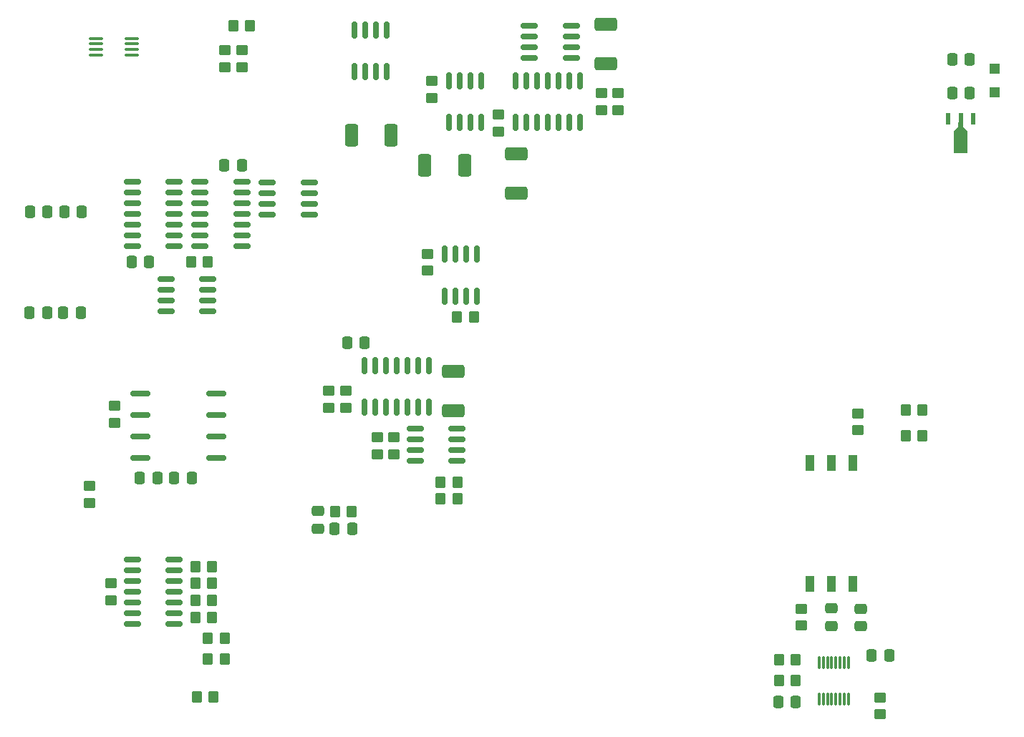
<source format=gbr>
%TF.GenerationSoftware,KiCad,Pcbnew,8.0.3*%
%TF.CreationDate,2025-04-13T18:48:38-07:00*%
%TF.ProjectId,Accumulator_Board,41636375-6d75-46c6-9174-6f725f426f61,4.2*%
%TF.SameCoordinates,Original*%
%TF.FileFunction,Paste,Top*%
%TF.FilePolarity,Positive*%
%FSLAX46Y46*%
G04 Gerber Fmt 4.6, Leading zero omitted, Abs format (unit mm)*
G04 Created by KiCad (PCBNEW 8.0.3) date 2025-04-13 18:48:38*
%MOMM*%
%LPD*%
G01*
G04 APERTURE LIST*
G04 Aperture macros list*
%AMRoundRect*
0 Rectangle with rounded corners*
0 $1 Rounding radius*
0 $2 $3 $4 $5 $6 $7 $8 $9 X,Y pos of 4 corners*
0 Add a 4 corners polygon primitive as box body*
4,1,4,$2,$3,$4,$5,$6,$7,$8,$9,$2,$3,0*
0 Add four circle primitives for the rounded corners*
1,1,$1+$1,$2,$3*
1,1,$1+$1,$4,$5*
1,1,$1+$1,$6,$7*
1,1,$1+$1,$8,$9*
0 Add four rect primitives between the rounded corners*
20,1,$1+$1,$2,$3,$4,$5,0*
20,1,$1+$1,$4,$5,$6,$7,0*
20,1,$1+$1,$6,$7,$8,$9,0*
20,1,$1+$1,$8,$9,$2,$3,0*%
G04 Aperture macros list end*
%ADD10C,0.000000*%
%ADD11RoundRect,0.250000X0.350000X0.450000X-0.350000X0.450000X-0.350000X-0.450000X0.350000X-0.450000X0*%
%ADD12RoundRect,0.250000X0.450000X-0.350000X0.450000X0.350000X-0.450000X0.350000X-0.450000X-0.350000X0*%
%ADD13RoundRect,0.250000X-0.350000X-0.450000X0.350000X-0.450000X0.350000X0.450000X-0.350000X0.450000X0*%
%ADD14RoundRect,0.250000X-0.337500X-0.475000X0.337500X-0.475000X0.337500X0.475000X-0.337500X0.475000X0*%
%ADD15RoundRect,0.150000X0.150000X-0.825000X0.150000X0.825000X-0.150000X0.825000X-0.150000X-0.825000X0*%
%ADD16RoundRect,0.249999X1.075001X-0.512501X1.075001X0.512501X-1.075001X0.512501X-1.075001X-0.512501X0*%
%ADD17RoundRect,0.162500X1.012500X0.162500X-1.012500X0.162500X-1.012500X-0.162500X1.012500X-0.162500X0*%
%ADD18RoundRect,0.250000X-0.475000X0.337500X-0.475000X-0.337500X0.475000X-0.337500X0.475000X0.337500X0*%
%ADD19RoundRect,0.150000X0.825000X0.150000X-0.825000X0.150000X-0.825000X-0.150000X0.825000X-0.150000X0*%
%ADD20RoundRect,0.100000X-0.712500X-0.100000X0.712500X-0.100000X0.712500X0.100000X-0.712500X0.100000X0*%
%ADD21RoundRect,0.150000X-0.825000X-0.150000X0.825000X-0.150000X0.825000X0.150000X-0.825000X0.150000X0*%
%ADD22RoundRect,0.250000X-0.450000X0.350000X-0.450000X-0.350000X0.450000X-0.350000X0.450000X0.350000X0*%
%ADD23RoundRect,0.249999X-1.075001X0.512501X-1.075001X-0.512501X1.075001X-0.512501X1.075001X0.512501X0*%
%ADD24RoundRect,0.249999X0.512501X1.075001X-0.512501X1.075001X-0.512501X-1.075001X0.512501X-1.075001X0*%
%ADD25RoundRect,0.075000X0.075000X-0.650000X0.075000X0.650000X-0.075000X0.650000X-0.075000X-0.650000X0*%
%ADD26R,0.533400X1.397000*%
%ADD27RoundRect,0.250000X0.337500X0.475000X-0.337500X0.475000X-0.337500X-0.475000X0.337500X-0.475000X0*%
%ADD28RoundRect,0.249999X-0.512501X-1.075001X0.512501X-1.075001X0.512501X1.075001X-0.512501X1.075001X0*%
%ADD29R,1.020000X1.890000*%
%ADD30RoundRect,0.150000X-0.150000X0.825000X-0.150000X-0.825000X0.150000X-0.825000X0.150000X0.825000X0*%
%ADD31R,1.200000X1.200000*%
G04 APERTURE END LIST*
D10*
%TO.C,U15*%
G36*
X132766700Y-38927100D02*
G01*
X133300100Y-39435100D01*
X133300100Y-42102100D01*
X131699900Y-42102100D01*
X131699900Y-39435100D01*
X132233300Y-38927100D01*
X132233300Y-38406400D01*
X132766700Y-38406400D01*
X132766700Y-38927100D01*
G37*
%TD*%
D11*
%TO.C,R24*%
X44180000Y-106426000D03*
X42180000Y-106426000D03*
%TD*%
D12*
%TO.C,R10*%
X123000000Y-108500000D03*
X123000000Y-106500000D03*
%TD*%
D13*
%TO.C,R36*%
X71000000Y-81000000D03*
X73000000Y-81000000D03*
%TD*%
D11*
%TO.C,R6*%
X44000000Y-93000000D03*
X42000000Y-93000000D03*
%TD*%
D14*
%TO.C,C23*%
X131500000Y-35000000D03*
X133575000Y-35000000D03*
%TD*%
D12*
%TO.C,R29*%
X70000000Y-35557500D03*
X70000000Y-33557500D03*
%TD*%
D15*
%TO.C,Q1*%
X60845000Y-32450000D03*
X62115000Y-32450000D03*
X63385000Y-32450000D03*
X64655000Y-32450000D03*
X64655000Y-27500000D03*
X63385000Y-27500000D03*
X62115000Y-27500000D03*
X60845000Y-27500000D03*
%TD*%
D16*
%TO.C,D2*%
X80000000Y-46837500D03*
X80000000Y-42162500D03*
%TD*%
D17*
%TO.C,U1*%
X44525000Y-78120000D03*
X44525000Y-75580000D03*
X44525000Y-73040000D03*
X44525000Y-70500000D03*
X35475000Y-70500000D03*
X35475000Y-73040000D03*
X35475000Y-75580000D03*
X35475000Y-78120000D03*
%TD*%
D18*
%TO.C,C7*%
X120675000Y-96000000D03*
X120675000Y-98075000D03*
%TD*%
D19*
%TO.C,CR3*%
X43475000Y-60810000D03*
X43475000Y-59540000D03*
X43475000Y-58270000D03*
X43475000Y-57000000D03*
X38525000Y-57000000D03*
X38525000Y-58270000D03*
X38525000Y-59540000D03*
X38525000Y-60810000D03*
%TD*%
D20*
%TO.C,U6*%
X30275000Y-28500000D03*
X30275000Y-29150000D03*
X30275000Y-29800000D03*
X30275000Y-30450000D03*
X34500000Y-30450000D03*
X34500000Y-29800000D03*
X34500000Y-29150000D03*
X34500000Y-28500000D03*
%TD*%
D11*
%TO.C,R30*%
X43500000Y-55000000D03*
X41500000Y-55000000D03*
%TD*%
%TO.C,R32*%
X74960000Y-61500000D03*
X72960000Y-61500000D03*
%TD*%
D14*
%TO.C,C22*%
X59962500Y-64500000D03*
X62037500Y-64500000D03*
%TD*%
D11*
%TO.C,R12*%
X113000000Y-104500000D03*
X111000000Y-104500000D03*
%TD*%
D13*
%TO.C,R11*%
X111000000Y-102000000D03*
X113000000Y-102000000D03*
%TD*%
D21*
%TO.C,U7*%
X42550000Y-45500000D03*
X42550000Y-46770000D03*
X42550000Y-48040000D03*
X42550000Y-49310000D03*
X42550000Y-50580000D03*
X42550000Y-51850000D03*
X42550000Y-53120000D03*
X47500000Y-53120000D03*
X47500000Y-51850000D03*
X47500000Y-50580000D03*
X47500000Y-49310000D03*
X47500000Y-48040000D03*
X47500000Y-46770000D03*
X47500000Y-45500000D03*
%TD*%
%TO.C,CR2*%
X50525000Y-45595000D03*
X50525000Y-46865000D03*
X50525000Y-48135000D03*
X50525000Y-49405000D03*
X55475000Y-49405000D03*
X55475000Y-48135000D03*
X55475000Y-46865000D03*
X55475000Y-45595000D03*
%TD*%
D22*
%TO.C,R17*%
X92000000Y-35000000D03*
X92000000Y-37000000D03*
%TD*%
D14*
%TO.C,C24*%
X131500000Y-31000000D03*
X133575000Y-31000000D03*
%TD*%
D23*
%TO.C,D4*%
X72500000Y-67892500D03*
X72500000Y-72567500D03*
%TD*%
D22*
%TO.C,R13*%
X113675000Y-96000000D03*
X113675000Y-98000000D03*
%TD*%
D11*
%TO.C,R15*%
X128000000Y-72500000D03*
X126000000Y-72500000D03*
%TD*%
D18*
%TO.C,C17*%
X56500000Y-84425000D03*
X56500000Y-86500000D03*
%TD*%
D22*
%TO.C,R21*%
X47500000Y-29930000D03*
X47500000Y-31930000D03*
%TD*%
D24*
%TO.C,D5*%
X65175000Y-40000000D03*
X60500000Y-40000000D03*
%TD*%
D25*
%TO.C,U8*%
X115750000Y-106650000D03*
X116250000Y-106650000D03*
X116750000Y-106650000D03*
X117250000Y-106650000D03*
X117750000Y-106650000D03*
X118250000Y-106650000D03*
X118750000Y-106650000D03*
X119250000Y-106650000D03*
X119250000Y-102350000D03*
X118750000Y-102350000D03*
X118250000Y-102350000D03*
X117750000Y-102350000D03*
X117250000Y-102350000D03*
X116750000Y-102350000D03*
X116250000Y-102350000D03*
X115750000Y-102350000D03*
%TD*%
D19*
%TO.C,U5*%
X39500000Y-97810000D03*
X39500000Y-96540000D03*
X39500000Y-95270000D03*
X39500000Y-94000000D03*
X39500000Y-92730000D03*
X39500000Y-91460000D03*
X39500000Y-90190000D03*
X34550000Y-90190000D03*
X34550000Y-91460000D03*
X34550000Y-92730000D03*
X34550000Y-94000000D03*
X34550000Y-95270000D03*
X34550000Y-96540000D03*
X34550000Y-97810000D03*
%TD*%
D22*
%TO.C,R14*%
X120305000Y-72875000D03*
X120305000Y-74875000D03*
%TD*%
D11*
%TO.C,R5*%
X44000000Y-97000000D03*
X42000000Y-97000000D03*
%TD*%
D26*
%TO.C,U15*%
X134000000Y-38000000D03*
X132500000Y-38000000D03*
X131000000Y-38000000D03*
%TD*%
D22*
%TO.C,R19*%
X63500000Y-75730000D03*
X63500000Y-77730000D03*
%TD*%
D14*
%TO.C,C14*%
X22462500Y-49000000D03*
X24537500Y-49000000D03*
%TD*%
D18*
%TO.C,C8*%
X117175000Y-95962500D03*
X117175000Y-98037500D03*
%TD*%
D27*
%TO.C,C20*%
X60537500Y-86500000D03*
X58462500Y-86500000D03*
%TD*%
%TO.C,C1*%
X37500000Y-80500000D03*
X35425000Y-80500000D03*
%TD*%
D21*
%TO.C,Q2*%
X81500000Y-27000000D03*
X81500000Y-28270000D03*
X81500000Y-29540000D03*
X81500000Y-30810000D03*
X86450000Y-30810000D03*
X86450000Y-29540000D03*
X86450000Y-28270000D03*
X86450000Y-27000000D03*
%TD*%
D16*
%TO.C,D7*%
X90500000Y-31500000D03*
X90500000Y-26825000D03*
%TD*%
D14*
%TO.C,C13*%
X22385000Y-61000000D03*
X24460000Y-61000000D03*
%TD*%
D12*
%TO.C,R27*%
X59810000Y-72205000D03*
X59810000Y-70205000D03*
%TD*%
D15*
%TO.C,CR5*%
X71460000Y-59000000D03*
X72730000Y-59000000D03*
X74000000Y-59000000D03*
X75270000Y-59000000D03*
X75270000Y-54050000D03*
X74000000Y-54050000D03*
X72730000Y-54050000D03*
X71460000Y-54050000D03*
%TD*%
D12*
%TO.C,R18*%
X90000000Y-37000000D03*
X90000000Y-35000000D03*
%TD*%
D13*
%TO.C,R23*%
X58500000Y-84500000D03*
X60500000Y-84500000D03*
%TD*%
D12*
%TO.C,R20*%
X45500000Y-31930000D03*
X45500000Y-29930000D03*
%TD*%
D21*
%TO.C,CR1*%
X68000000Y-74690000D03*
X68000000Y-75960000D03*
X68000000Y-77230000D03*
X68000000Y-78500000D03*
X72950000Y-78500000D03*
X72950000Y-77230000D03*
X72950000Y-75960000D03*
X72950000Y-74690000D03*
%TD*%
D13*
%TO.C,R22*%
X46500000Y-27000000D03*
X48500000Y-27000000D03*
%TD*%
D11*
%TO.C,R16*%
X128000000Y-75500000D03*
X126000000Y-75500000D03*
%TD*%
D19*
%TO.C,U16*%
X39500000Y-53120000D03*
X39500000Y-51850000D03*
X39500000Y-50580000D03*
X39500000Y-49310000D03*
X39500000Y-48040000D03*
X39500000Y-46770000D03*
X39500000Y-45500000D03*
X34550000Y-45500000D03*
X34550000Y-46770000D03*
X34550000Y-48040000D03*
X34550000Y-49310000D03*
X34550000Y-50580000D03*
X34550000Y-51850000D03*
X34550000Y-53120000D03*
%TD*%
D11*
%TO.C,R3*%
X45500000Y-101950000D03*
X43500000Y-101950000D03*
%TD*%
D12*
%TO.C,R31*%
X65500000Y-77730000D03*
X65500000Y-75730000D03*
%TD*%
D22*
%TO.C,R26*%
X57810000Y-70205000D03*
X57810000Y-72205000D03*
%TD*%
D11*
%TO.C,R35*%
X73000000Y-83000000D03*
X71000000Y-83000000D03*
%TD*%
D27*
%TO.C,C10*%
X28575000Y-49000000D03*
X26500000Y-49000000D03*
%TD*%
D28*
%TO.C,D6*%
X69162500Y-43500000D03*
X73837500Y-43500000D03*
%TD*%
D22*
%TO.C,R28*%
X77835000Y-37557500D03*
X77835000Y-39557500D03*
%TD*%
%TO.C,R1*%
X32500000Y-72000000D03*
X32500000Y-74000000D03*
%TD*%
D27*
%TO.C,C5*%
X113000000Y-107000000D03*
X110925000Y-107000000D03*
%TD*%
D14*
%TO.C,C6*%
X121962500Y-101500000D03*
X124037500Y-101500000D03*
%TD*%
D22*
%TO.C,R2*%
X29500000Y-81500000D03*
X29500000Y-83500000D03*
%TD*%
%TO.C,R9*%
X32000000Y-93000000D03*
X32000000Y-95000000D03*
%TD*%
D27*
%TO.C,C11*%
X28460000Y-61000000D03*
X26385000Y-61000000D03*
%TD*%
D15*
%TO.C,CR4*%
X72000000Y-38450000D03*
X73270000Y-38450000D03*
X74540000Y-38450000D03*
X75810000Y-38450000D03*
X75810000Y-33500000D03*
X74540000Y-33500000D03*
X73270000Y-33500000D03*
X72000000Y-33500000D03*
%TD*%
D14*
%TO.C,C18*%
X45425000Y-43500000D03*
X47500000Y-43500000D03*
%TD*%
D29*
%TO.C,L1*%
X119790000Y-78730000D03*
X117250000Y-78730000D03*
X114710000Y-78730000D03*
X114710000Y-93020000D03*
X117250000Y-93020000D03*
X119790000Y-93020000D03*
%TD*%
D12*
%TO.C,R33*%
X69500000Y-56000000D03*
X69500000Y-54000000D03*
%TD*%
D14*
%TO.C,C2*%
X39500000Y-80500000D03*
X41575000Y-80500000D03*
%TD*%
D13*
%TO.C,R7*%
X42000000Y-91000000D03*
X44000000Y-91000000D03*
%TD*%
D30*
%TO.C,U3*%
X87500000Y-33500000D03*
X86230000Y-33500000D03*
X84960000Y-33500000D03*
X83690000Y-33500000D03*
X82420000Y-33500000D03*
X81150000Y-33500000D03*
X79880000Y-33500000D03*
X79880000Y-38450000D03*
X81150000Y-38450000D03*
X82420000Y-38450000D03*
X83690000Y-38450000D03*
X84960000Y-38450000D03*
X86230000Y-38450000D03*
X87500000Y-38450000D03*
%TD*%
D27*
%TO.C,C9*%
X36537500Y-55000000D03*
X34462500Y-55000000D03*
%TD*%
D31*
%TO.C,D8*%
X136500000Y-32100000D03*
X136500000Y-34900000D03*
%TD*%
D13*
%TO.C,R8*%
X42000000Y-95000000D03*
X44000000Y-95000000D03*
%TD*%
D11*
%TO.C,R4*%
X45500000Y-99500000D03*
X43500000Y-99500000D03*
%TD*%
D15*
%TO.C,U4*%
X62000000Y-72180000D03*
X63270000Y-72180000D03*
X64540000Y-72180000D03*
X65810000Y-72180000D03*
X67080000Y-72180000D03*
X68350000Y-72180000D03*
X69620000Y-72180000D03*
X69620000Y-67230000D03*
X68350000Y-67230000D03*
X67080000Y-67230000D03*
X65810000Y-67230000D03*
X64540000Y-67230000D03*
X63270000Y-67230000D03*
X62000000Y-67230000D03*
%TD*%
M02*

</source>
